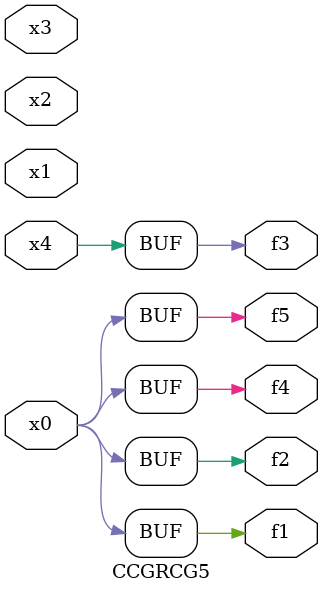
<source format=v>
module CCGRCG5(
	input x0, x1, x2, x3, x4,
	output f1, f2, f3, f4, f5
);
	assign f1 = x0;
	assign f2 = x0;
	assign f3 = x4;
	assign f4 = x0;
	assign f5 = x0;
endmodule

</source>
